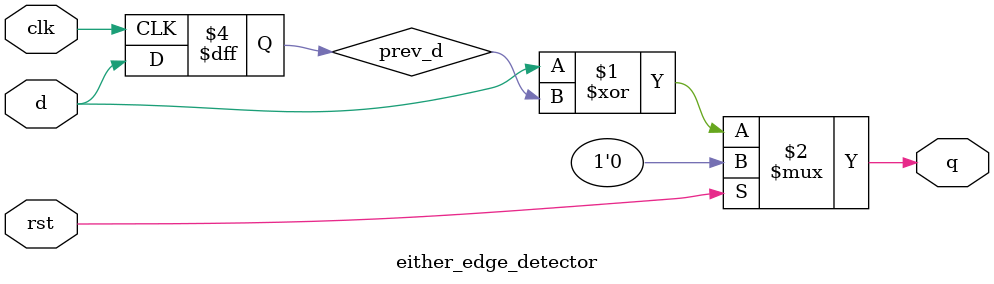
<source format=sv>
module rising_edge_detector(
    input wire clk,
    input wire rst,
    input wire d,
    output wire q
);

reg prev_d;

assign q = (rst) ? 1'b0 : d & ~prev_d;

always@(posedge clk) begin
    prev_d <= d;
end

endmodule

module falling_edge_detector(
    input wire clk,
    input wire rst,
    input wire d,
    output wire q
);

reg prev_d;

assign q = (rst) ? 1'b0 : ~d & prev_d;

always@(posedge clk) begin
    prev_d <= d;
end

endmodule

module either_edge_detector(
    input wire clk,
    input wire rst,
    input wire d,
    output wire q
);

reg prev_d;

assign q = (rst) ? 1'b0 : d ^ prev_d;

always@(posedge clk) begin
    prev_d <= d;
end

endmodule
</source>
